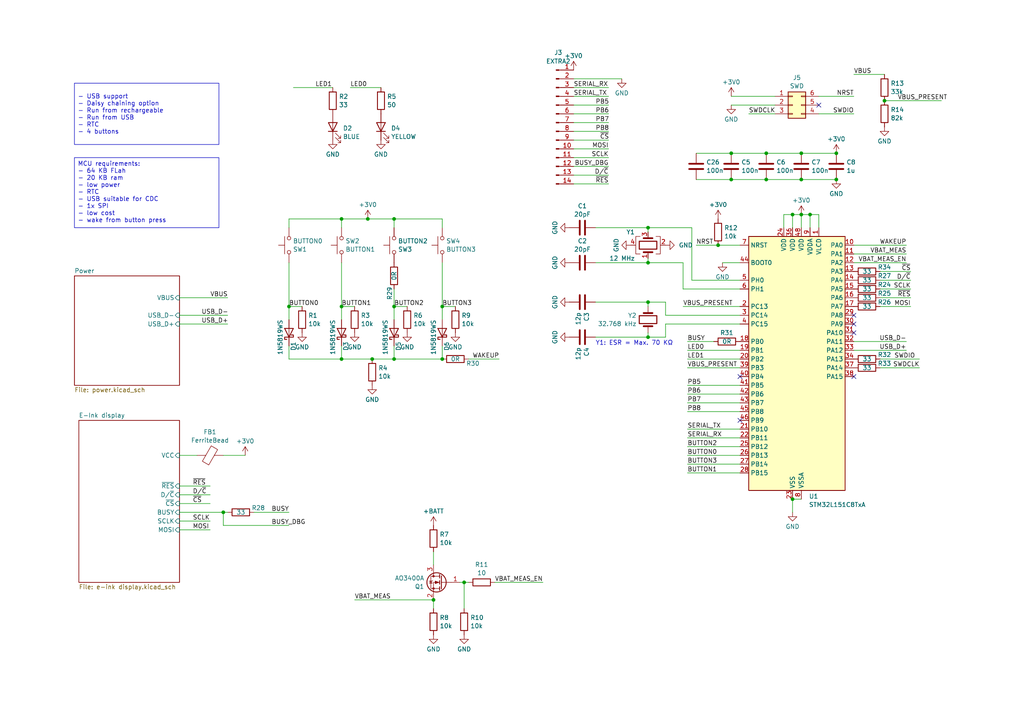
<source format=kicad_sch>
(kicad_sch (version 20230121) (generator eeschema)
  (paper "A4")
  (lib_symbols
    (symbol "Connector:Conn_01x14_Pin" (pin_names (offset 1.016) hide)
      (property "Reference" "J" (at 0 17.78 0))
      (property "Value" "Conn_01x14_Pin" (at 0 -20.32 0))
      (symbol "Conn_01x14_Pin_1_1"
        (polyline (pts (xy 1.27 -17.78) (xy 0.8636 -17.78)) (stroke (width 0.1524)))
        (polyline (pts (xy 1.27 -15.24) (xy 0.8636 -15.24)) (stroke (width 0.1524)))
        (polyline (pts (xy 1.27 -12.7) (xy 0.8636 -12.7)) (stroke (width 0.1524)))
        (polyline (pts (xy 1.27 -10.16) (xy 0.8636 -10.16)) (stroke (width 0.1524)))
        (polyline (pts (xy 1.27 -7.62) (xy 0.8636 -7.62)) (stroke (width 0.1524)))
        (polyline (pts (xy 1.27 -5.08) (xy 0.8636 -5.08)) (stroke (width 0.1524)))
        (polyline (pts (xy 1.27 -2.54) (xy 0.8636 -2.54)) (stroke (width 0.1524)))
        (polyline (pts (xy 1.27 0) (xy 0.8636 0)) (stroke (width 0.1524)))
        (polyline (pts (xy 1.27 2.54) (xy 0.8636 2.54)) (stroke (width 0.1524)))
        (polyline (pts (xy 1.27 5.08) (xy 0.8636 5.08)) (stroke (width 0.1524)))
        (polyline (pts (xy 1.27 7.62) (xy 0.8636 7.62)) (stroke (width 0.1524)))
        (polyline (pts (xy 1.27 10.16) (xy 0.8636 10.16)) (stroke (width 0.1524)))
        (polyline (pts (xy 1.27 12.7) (xy 0.8636 12.7)) (stroke (width 0.1524)))
        (polyline (pts (xy 1.27 15.24) (xy 0.8636 15.24)) (stroke (width 0.1524)))
        (rectangle (start 0.8636 -17.653) (end 0 -17.907) (stroke (width 0.1524)) (fill (type outline)))
        (rectangle (start 0.8636 -15.113) (end 0 -15.367) (stroke (width 0.1524)) (fill (type outline)))
        (rectangle (start 0.8636 -12.573) (end 0 -12.827) (stroke (width 0.1524)) (fill (type outline)))
        (rectangle (start 0.8636 -10.033) (end 0 -10.287) (stroke (width 0.1524)) (fill (type outline)))
        (rectangle (start 0.8636 -7.493) (end 0 -7.747) (stroke (width 0.1524)) (fill (type outline)))
        (rectangle (start 0.8636 -4.953) (end 0 -5.207) (stroke (width 0.1524)) (fill (type outline)))
        (rectangle (start 0.8636 -2.413) (end 0 -2.667) (stroke (width 0.1524)) (fill (type outline)))
        (rectangle (start 0.8636 0.127) (end 0 -0.127) (stroke (width 0.1524)) (fill (type outline)))
        (rectangle (start 0.8636 2.667) (end 0 2.413) (stroke (width 0.1524)) (fill (type outline)))
        (rectangle (start 0.8636 5.207) (end 0 4.953) (stroke (width 0.1524)) (fill (type outline)))
        (rectangle (start 0.8636 7.747) (end 0 7.493) (stroke (width 0.1524)) (fill (type outline)))
        (rectangle (start 0.8636 10.287) (end 0 10.033) (stroke (width 0.1524)) (fill (type outline)))
        (rectangle (start 0.8636 12.827) (end 0 12.573) (stroke (width 0.1524)) (fill (type outline)))
        (rectangle (start 0.8636 15.367) (end 0 15.113) (stroke (width 0.1524)) (fill (type outline)))
        (pin passive line (at 5.08 15.24 180) (length 3.81) (name "Pin_1") (number "1"))
        (pin passive line (at 5.08 -7.62 180) (length 3.81) (name "Pin_10") (number "10"))
        (pin passive line (at 5.08 -10.16 180) (length 3.81) (name "Pin_11") (number "11"))
        (pin passive line (at 5.08 -12.7 180) (length 3.81) (name "Pin_12") (number "12"))
        (pin passive line (at 5.08 -15.24 180) (length 3.81) (name "Pin_13") (number "13"))
        (pin passive line (at 5.08 -17.78 180) (length 3.81) (name "Pin_14") (number "14"))
        (pin passive line (at 5.08 12.7 180) (length 3.81) (name "Pin_2") (number "2"))
        (pin passive line (at 5.08 10.16 180) (length 3.81) (name "Pin_3") (number "3"))
        (pin passive line (at 5.08 7.62 180) (length 3.81) (name "Pin_4") (number "4"))
        (pin passive line (at 5.08 5.08 180) (length 3.81) (name "Pin_5") (number "5"))
        (pin passive line (at 5.08 2.54 180) (length 3.81) (name "Pin_6") (number "6"))
        (pin passive line (at 5.08 0 180) (length 3.81) (name "Pin_7") (number "7"))
        (pin passive line (at 5.08 -2.54 180) (length 3.81) (name "Pin_8") (number "8"))
        (pin passive line (at 5.08 -5.08 180) (length 3.81) (name "Pin_9") (number "9"))
      )
    )
    (symbol "Connector_Generic:Conn_02x03_Counter_Clockwise" (pin_names (offset 1.016) hide)
      (property "Reference" "J" (at 1.27 5.08 0))
      (property "Value" "Conn_02x03_Counter_Clockwise" (at 1.27 -5.08 0))
      (symbol "Conn_02x03_Counter_Clockwise_1_1"
        (rectangle (start -1.27 -2.413) (end 0 -2.667) (stroke (width 0.1524)))
        (rectangle (start -1.27 0.127) (end 0 -0.127) (stroke (width 0.1524)))
        (rectangle (start -1.27 2.667) (end 0 2.413) (stroke (width 0.1524)))
        (rectangle (start -1.27 3.81) (end 3.81 -3.81) (stroke (width 0.254)) (fill (type background)))
        (rectangle (start 3.81 -2.413) (end 2.54 -2.667) (stroke (width 0.1524)))
        (rectangle (start 3.81 0.127) (end 2.54 -0.127) (stroke (width 0.1524)))
        (rectangle (start 3.81 2.667) (end 2.54 2.413) (stroke (width 0.1524)))
        (pin passive line (at -5.08 2.54 0) (length 3.81) (name "Pin_1") (number "1"))
        (pin passive line (at -5.08 0 0) (length 3.81) (name "Pin_2") (number "2"))
        (pin passive line (at -5.08 -2.54 0) (length 3.81) (name "Pin_3") (number "3"))
        (pin passive line (at 7.62 -2.54 180) (length 3.81) (name "Pin_4") (number "4"))
        (pin passive line (at 7.62 0 180) (length 3.81) (name "Pin_5") (number "5"))
        (pin passive line (at 7.62 2.54 180) (length 3.81) (name "Pin_6") (number "6"))
      )
    )
    (symbol "Device:C" (pin_numbers hide) (pin_names (offset 0.254))
      (property "Reference" "C" (at 0.635 2.54 0))
      (property "Value" "C" (at 0.635 -2.54 0))
      (symbol "C_0_1"
        (polyline (pts (xy -2.032 -0.762) (xy 2.032 -0.762)) (stroke (width 0.508)))
        (polyline (pts (xy -2.032 0.762) (xy 2.032 0.762)) (stroke (width 0.508)))
      )
      (symbol "C_1_1"
        (pin passive line (at 0 3.81 270) (length 2.794) (name "~") (number "1"))
        (pin passive line (at 0 -3.81 90) (length 2.794) (name "~") (number "2"))
      )
    )
    (symbol "Device:Crystal" (pin_numbers hide) (pin_names (offset 1.016) hide)
      (property "Reference" "Y" (at 0 3.81 0))
      (property "Value" "Crystal" (at 0 -3.81 0))
      (symbol "Crystal_0_1"
        (rectangle (start -1.143 2.54) (end 1.143 -2.54) (stroke (width 0.3048)))
        (polyline (pts (xy -2.54 0) (xy -1.905 0)))
        (polyline (pts (xy -1.905 -1.27) (xy -1.905 1.27)) (stroke (width 0.508)))
        (polyline (pts (xy 1.905 -1.27) (xy 1.905 1.27)) (stroke (width 0.508)))
        (polyline (pts (xy 2.54 0) (xy 1.905 0)))
      )
      (symbol "Crystal_1_1"
        (pin passive line (at -3.81 0 0) (length 1.27) (name "1") (number "1"))
        (pin passive line (at 3.81 0 180) (length 1.27) (name "2") (number "2"))
      )
    )
    (symbol "Device:Crystal_GND24" (pin_names (offset 1.016) hide)
      (property "Reference" "Y" (at 3.175 5.08 0))
      (property "Value" "Crystal_GND24" (at 3.175 3.175 0))
      (symbol "Crystal_GND24_0_1"
        (rectangle (start -1.143 2.54) (end 1.143 -2.54) (stroke (width 0.3048)))
        (polyline (pts (xy -2.54 0) (xy -2.032 0)))
        (polyline (pts (xy -2.032 -1.27) (xy -2.032 1.27)) (stroke (width 0.508)))
        (polyline (pts (xy 0 -3.81) (xy 0 -3.556)))
        (polyline (pts (xy 0 3.556) (xy 0 3.81)))
        (polyline (pts (xy 2.032 -1.27) (xy 2.032 1.27)) (stroke (width 0.508)))
        (polyline (pts (xy 2.032 0) (xy 2.54 0)))
        (polyline (pts (xy -2.54 -2.286) (xy -2.54 -3.556) (xy 2.54 -3.556) (xy 2.54 -2.286)))
        (polyline (pts (xy -2.54 2.286) (xy -2.54 3.556) (xy 2.54 3.556) (xy 2.54 2.286)))
      )
      (symbol "Crystal_GND24_1_1"
        (pin passive line (at -3.81 0 0) (length 1.27) (name "1") (number "1"))
        (pin passive line (at 0 5.08 270) (length 1.27) (name "2") (number "2"))
        (pin passive line (at 3.81 0 180) (length 1.27) (name "3") (number "3"))
        (pin passive line (at 0 -5.08 90) (length 1.27) (name "4") (number "4"))
      )
    )
    (symbol "Device:FerriteBead" (pin_numbers hide) (pin_names (offset 0))
      (property "Reference" "FB" (at -3.81 0.635 90))
      (property "Value" "FerriteBead" (at 3.81 0 90))
      (symbol "FerriteBead_0_1"
        (polyline (pts (xy 0 -1.27) (xy 0 -1.2192)))
        (polyline (pts (xy 0 1.27) (xy 0 1.2954)))
        (polyline (pts (xy -2.7686 0.4064) (xy -1.7018 2.2606) (xy 2.7686 -0.3048) (xy 1.6764 -2.159) (xy -2.7686 0.4064)))
      )
      (symbol "FerriteBead_1_1"
        (pin passive line (at 0 3.81 270) (length 2.54) (name "~") (number "1"))
        (pin passive line (at 0 -3.81 90) (length 2.54) (name "~") (number "2"))
      )
    )
    (symbol "Device:LED" (pin_numbers hide) (pin_names (offset 1.016) hide)
      (property "Reference" "D" (at 0 2.54 0))
      (property "Value" "LED" (at 0 -2.54 0))
      (symbol "LED_0_1"
        (polyline (pts (xy -1.27 -1.27) (xy -1.27 1.27)) (stroke (width 0.254)))
        (polyline (pts (xy -1.27 0) (xy 1.27 0)))
        (polyline (pts (xy 1.27 -1.27) (xy 1.27 1.27) (xy -1.27 0) (xy 1.27 -1.27)) (stroke (width 0.254)))
        (polyline (pts (xy -3.048 -0.762) (xy -4.572 -2.286) (xy -3.81 -2.286) (xy -4.572 -2.286) (xy -4.572 -1.524)))
        (polyline (pts (xy -1.778 -0.762) (xy -3.302 -2.286) (xy -2.54 -2.286) (xy -3.302 -2.286) (xy -3.302 -1.524)))
      )
      (symbol "LED_1_1"
        (pin passive line (at -3.81 0 0) (length 2.54) (name "K") (number "1"))
        (pin passive line (at 3.81 0 180) (length 2.54) (name "A") (number "2"))
      )
    )
    (symbol "Device:R" (pin_numbers hide) (pin_names (offset 0))
      (property "Reference" "R" (at 2.032 0 90))
      (property "Value" "R" (at 0 0 90))
      (symbol "R_0_1"
        (rectangle (start -1.016 -2.54) (end 1.016 2.54) (stroke (width 0.254)))
      )
      (symbol "R_1_1"
        (pin passive line (at 0 3.81 270) (length 1.27) (name "~") (number "1"))
        (pin passive line (at 0 -3.81 90) (length 1.27) (name "~") (number "2"))
      )
    )
    (symbol "Diode:1N5819WS" (pin_numbers hide) (pin_names (offset 1.016) hide)
      (property "Reference" "D" (at 0 2.54 0))
      (property "Value" "1N5819WS" (at 0 -2.54 0))
      (symbol "1N5819WS_0_1"
        (polyline (pts (xy 1.27 0) (xy -1.27 0)))
        (polyline (pts (xy 1.27 1.27) (xy 1.27 -1.27) (xy -1.27 0) (xy 1.27 1.27)) (stroke (width 0.254)))
        (polyline (pts (xy -1.905 0.635) (xy -1.905 1.27) (xy -1.27 1.27) (xy -1.27 -1.27) (xy -0.635 -1.27) (xy -0.635 -0.635)) (stroke (width 0.254)))
      )
      (symbol "1N5819WS_1_1"
        (pin passive line (at -3.81 0 0) (length 2.54) (name "K") (number "1"))
        (pin passive line (at 3.81 0 180) (length 2.54) (name "A") (number "2"))
      )
    )
    (symbol "MCU_ST_STM32L1:STM32L151C8TxA"
      (property "Reference" "U" (at -12.7 39.37 0))
      (property "Value" "STM32L151C8TxA" (at 10.16 39.37 0))
      (symbol "STM32L151C8TxA_0_1"
        (rectangle (start -12.7 -35.56) (end 15.24 38.1) (stroke (width 0.254)) (fill (type background)))
      )
      (symbol "STM32L151C8TxA_1_1"
        (pin power_in line (at 7.62 40.64 270) (length 2.54) (name "VLCD") (number "1"))
        (pin bidirectional line (at 17.78 35.56 180) (length 2.54) (name "PA0") (number "10"))
        (pin bidirectional line (at 17.78 33.02 180) (length 2.54) (name "PA1") (number "11"))
        (pin bidirectional line (at 17.78 30.48 180) (length 2.54) (name "PA2") (number "12"))
        (pin bidirectional line (at 17.78 27.94 180) (length 2.54) (name "PA3") (number "13"))
        (pin bidirectional line (at 17.78 25.4 180) (length 2.54) (name "PA4") (number "14"))
        (pin bidirectional line (at 17.78 22.86 180) (length 2.54) (name "PA5") (number "15"))
        (pin bidirectional line (at 17.78 20.32 180) (length 2.54) (name "PA6") (number "16"))
        (pin bidirectional line (at 17.78 17.78 180) (length 2.54) (name "PA7") (number "17"))
        (pin bidirectional line (at -15.24 7.62 0) (length 2.54) (name "PB0") (number "18"))
        (pin bidirectional line (at -15.24 5.08 0) (length 2.54) (name "PB1") (number "19"))
        (pin bidirectional line (at -15.24 17.78 0) (length 2.54) (name "PC13") (number "2"))
        (pin bidirectional line (at -15.24 2.54 0) (length 2.54) (name "PB2") (number "20"))
        (pin bidirectional line (at -15.24 -17.78 0) (length 2.54) (name "PB10") (number "21"))
        (pin bidirectional line (at -15.24 -20.32 0) (length 2.54) (name "PB11") (number "22"))
        (pin power_in line (at 0 -38.1 90) (length 2.54) (name "VSS") (number "23"))
        (pin power_in line (at -2.54 40.64 270) (length 2.54) (name "VDD") (number "24"))
        (pin bidirectional line (at -15.24 -22.86 0) (length 2.54) (name "PB12") (number "25"))
        (pin bidirectional line (at -15.24 -25.4 0) (length 2.54) (name "PB13") (number "26"))
        (pin bidirectional line (at -15.24 -27.94 0) (length 2.54) (name "PB14") (number "27"))
        (pin bidirectional line (at -15.24 -30.48 0) (length 2.54) (name "PB15") (number "28"))
        (pin bidirectional line (at 17.78 15.24 180) (length 2.54) (name "PA8") (number "29"))
        (pin bidirectional line (at -15.24 15.24 0) (length 2.54) (name "PC14") (number "3"))
        (pin bidirectional line (at 17.78 12.7 180) (length 2.54) (name "PA9") (number "30"))
        (pin bidirectional line (at 17.78 10.16 180) (length 2.54) (name "PA10") (number "31"))
        (pin bidirectional line (at 17.78 7.62 180) (length 2.54) (name "PA11") (number "32"))
        (pin bidirectional line (at 17.78 5.08 180) (length 2.54) (name "PA12") (number "33"))
        (pin bidirectional line (at 17.78 2.54 180) (length 2.54) (name "PA13") (number "34"))
        (pin passive line (at 0 -38.1 90) (length 2.54) hide (name "VSS") (number "35"))
        (pin power_in line (at 0 40.64 270) (length 2.54) (name "VDD") (number "36"))
        (pin bidirectional line (at 17.78 0 180) (length 2.54) (name "PA14") (number "37"))
        (pin bidirectional line (at 17.78 -2.54 180) (length 2.54) (name "PA15") (number "38"))
        (pin bidirectional line (at -15.24 0 0) (length 2.54) (name "PB3") (number "39"))
        (pin bidirectional line (at -15.24 12.7 0) (length 2.54) (name "PC15") (number "4"))
        (pin bidirectional line (at -15.24 -2.54 0) (length 2.54) (name "PB4") (number "40"))
        (pin bidirectional line (at -15.24 -5.08 0) (length 2.54) (name "PB5") (number "41"))
        (pin bidirectional line (at -15.24 -7.62 0) (length 2.54) (name "PB6") (number "42"))
        (pin bidirectional line (at -15.24 -10.16 0) (length 2.54) (name "PB7") (number "43"))
        (pin input line (at -15.24 30.48 0) (length 2.54) (name "BOOT0") (number "44"))
        (pin bidirectional line (at -15.24 -12.7 0) (length 2.54) (name "PB8") (number "45"))
        (pin bidirectional line (at -15.24 -15.24 0) (length 2.54) (name "PB9") (number "46"))
        (pin passive line (at 0 -38.1 90) (length 2.54) hide (name "VSS") (number "47"))
        (pin power_in line (at 2.54 40.64 270) (length 2.54) (name "VDD") (number "48"))
        (pin bidirectional line (at -15.24 25.4 0) (length 2.54) (name "PH0") (number "5"))
        (pin bidirectional line (at -15.24 22.86 0) (length 2.54) (name "PH1") (number "6"))
        (pin input line (at -15.24 35.56 0) (length 2.54) (name "NRST") (number "7"))
        (pin power_in line (at 2.54 -38.1 90) (length 2.54) (name "VSSA") (number "8"))
        (pin power_in line (at 5.08 40.64 270) (length 2.54) (name "VDDA") (number "9"))
      )
    )
    (symbol "Switch:SW_Push" (pin_numbers hide) (pin_names (offset 1.016) hide)
      (property "Reference" "SW" (at 1.27 2.54 0))
      (property "Value" "SW_Push" (at 0 -1.524 0))
      (symbol "SW_Push_0_1"
        (circle (center -2.032 0) (radius 0.508))
        (polyline (pts (xy 0 1.27) (xy 0 3.048)))
        (polyline (pts (xy 2.54 1.27) (xy -2.54 1.27)))
        (circle (center 2.032 0) (radius 0.508))
        (pin passive line (at -5.08 0 0) (length 2.54) (name "1") (number "1"))
        (pin passive line (at 5.08 0 180) (length 2.54) (name "2") (number "2"))
      )
    )
    (symbol "Transistor_FET:AO3400A" (pin_names hide)
      (property "Reference" "Q" (at 5.08 1.905 0))
      (property "Value" "AO3400A" (at 5.08 0 0))
      (symbol "AO3400A_0_1"
        (polyline (pts (xy 0.254 0) (xy -2.54 0)))
        (polyline (pts (xy 0.254 1.905) (xy 0.254 -1.905)) (stroke (width 0.254)))
        (polyline (pts (xy 0.762 -1.27) (xy 0.762 -2.286)) (stroke (width 0.254)))
        (polyline (pts (xy 0.762 0.508) (xy 0.762 -0.508)) (stroke (width 0.254)))
        (polyline (pts (xy 0.762 2.286) (xy 0.762 1.27)) (stroke (width 0.254)))
        (polyline (pts (xy 2.54 2.54) (xy 2.54 1.778)))
        (polyline (pts (xy 2.54 -2.54) (xy 2.54 0) (xy 0.762 0)))
        (polyline (pts (xy 0.762 -1.778) (xy 3.302 -1.778) (xy 3.302 1.778) (xy 0.762 1.778)))
        (polyline (pts (xy 1.016 0) (xy 2.032 0.381) (xy 2.032 -0.381) (xy 1.016 0)) (fill (type outline)))
        (polyline (pts (xy 2.794 0.508) (xy 2.921 0.381) (xy 3.683 0.381) (xy 3.81 0.254)))
        (polyline (pts (xy 3.302 0.381) (xy 2.921 -0.254) (xy 3.683 -0.254) (xy 3.302 0.381)))
        (circle (center 1.651 0) (radius 2.794) (stroke (width 0.254)))
        (circle (center 2.54 -1.778) (radius 0.254) (fill (type outline)))
        (circle (center 2.54 1.778) (radius 0.254) (fill (type outline)))
      )
      (symbol "AO3400A_1_1"
        (pin input line (at -5.08 0 0) (length 2.54) (name "G") (number "1"))
        (pin passive line (at 2.54 -5.08 90) (length 2.54) (name "S") (number "2"))
        (pin passive line (at 2.54 5.08 270) (length 2.54) (name "D") (number "3"))
      )
    )
    (symbol "power:+3V0" (power) (pin_names (offset 0))
      (property "Value" "+3V0" (at 0 3.556 0))
      (symbol "+3V0_0_1"
        (polyline (pts (xy -0.762 1.27) (xy 0 2.54)))
        (polyline (pts (xy 0 0) (xy 0 2.54)))
        (polyline (pts (xy 0 2.54) (xy 0.762 1.27)))
      )
      (symbol "+3V0_1_1"
        (pin power_in line (at 0 0 90) (length 0) hide (name "+3V0") (number "1"))
      )
    )
    (symbol "power:+BATT" (power) (pin_names (offset 0))
      (property "Value" "+BATT" (at 0 3.556 0))
      (symbol "+BATT_0_1"
        (polyline (pts (xy -0.762 1.27) (xy 0 2.54)))
        (polyline (pts (xy 0 0) (xy 0 2.54)))
        (polyline (pts (xy 0 2.54) (xy 0.762 1.27)))
      )
      (symbol "+BATT_1_1"
        (pin power_in line (at 0 0 90) (length 0) hide (name "+BATT") (number "1"))
      )
    )
    (symbol "power:GND" (power) (pin_names (offset 0))
      (property "Value" "GND" (at 0 -3.81 0))
      (symbol "GND_0_1"
        (polyline (pts (xy 0 0) (xy 0 -1.27) (xy 1.27 -1.27) (xy 0 -2.54) (xy -1.27 -1.27) (xy 0 -1.27)))
      )
      (symbol "GND_1_1"
        (pin power_in line (at 0 0 270) (length 0) hide (name "GND") (number "1"))
      )
    )
  )
  (junction (at 114.3 88.9))
  (junction (at 83.82 88.9))
  (junction (at 99.06 63.5))
  (junction (at 232.41 52.07))
  (junction (at 106.68 63.5))
  (junction (at 212.09 52.07))
  (junction (at 242.57 52.07))
  (junction (at 229.87 62.23))
  (junction (at 234.95 62.23))
  (junction (at 222.25 52.07))
  (junction (at 125.73 173.99))
  (junction (at 114.3 63.5))
  (junction (at 187.96 66.04))
  (junction (at 208.28 71.12))
  (junction (at 256.54 29.21))
  (junction (at 229.87 144.78))
  (junction (at 128.27 104.14))
  (junction (at 128.27 88.9))
  (junction (at 99.06 88.9))
  (junction (at 187.96 87.63))
  (junction (at 187.96 97.79))
  (junction (at 134.62 168.91))
  (junction (at 232.41 44.45))
  (junction (at 114.3 104.14))
  (junction (at 187.96 76.2))
  (junction (at 99.06 104.14))
  (junction (at 232.41 62.23))
  (junction (at 64.77 148.59))
  (junction (at 212.09 44.45))
  (junction (at 107.95 104.14))
  (junction (at 222.25 44.45))
  (junction (at 242.57 44.45))
  (no_connect (at 247.65 93.98))
  (no_connect (at 214.63 109.22))
  (no_connect (at 247.65 91.44))
  (no_connect (at 214.63 121.92))
  (no_connect (at 237.49 30.48))
  (no_connect (at 247.65 109.22))
  (no_connect (at 247.65 96.52))
  (wire (pts (xy 256.54 29.21) (xy 273.05 29.21)))
  (wire (pts (xy 247.65 101.6) (xy 262.89 101.6)))
  (wire (pts (xy 125.73 160.02) (xy 125.73 163.83)))
  (wire (pts (xy 166.37 53.34) (xy 176.53 53.34)))
  (wire (pts (xy 212.09 44.45) (xy 222.25 44.45)))
  (wire (pts (xy 64.77 152.4) (xy 83.82 152.4)))
  (wire (pts (xy 199.39 111.76) (xy 214.63 111.76)))
  (wire (pts (xy 114.3 63.5) (xy 128.27 63.5)))
  (wire (pts (xy 227.33 62.23) (xy 229.87 62.23)))
  (wire (pts (xy 198.12 76.2) (xy 198.12 83.82)))
  (wire (pts (xy 107.95 104.14) (xy 114.3 104.14)))
  (wire (pts (xy 187.96 87.63) (xy 187.96 88.9)))
  (wire (pts (xy 199.39 101.6) (xy 214.63 101.6)))
  (wire (pts (xy 247.65 21.59) (xy 256.54 21.59)))
  (wire (pts (xy 166.37 50.8) (xy 176.53 50.8)))
  (wire (pts (xy 255.27 78.74) (xy 264.16 78.74)))
  (wire (pts (xy 237.49 66.04) (xy 237.49 62.23)))
  (wire (pts (xy 166.37 33.02) (xy 176.53 33.02)))
  (wire (pts (xy 172.72 76.2) (xy 187.96 76.2)))
  (wire (pts (xy 83.82 63.5) (xy 99.06 63.5)))
  (wire (pts (xy 64.77 132.08) (xy 71.12 132.08)))
  (wire (pts (xy 229.87 62.23) (xy 229.87 66.04)))
  (wire (pts (xy 214.63 91.44) (xy 193.04 91.44)))
  (wire (pts (xy 83.82 100.33) (xy 83.82 104.14)))
  (wire (pts (xy 247.65 27.94) (xy 237.49 27.94)))
  (wire (pts (xy 52.07 132.08) (xy 57.15 132.08)))
  (wire (pts (xy 217.17 33.02) (xy 224.79 33.02)))
  (wire (pts (xy 199.39 137.16) (xy 214.63 137.16)))
  (wire (pts (xy 212.09 27.94) (xy 224.79 27.94)))
  (wire (pts (xy 234.95 62.23) (xy 232.41 62.23)))
  (wire (pts (xy 207.01 99.06) (xy 199.39 99.06)))
  (wire (pts (xy 83.82 104.14) (xy 99.06 104.14)))
  (wire (pts (xy 52.07 143.51) (xy 60.96 143.51)))
  (wire (pts (xy 199.39 134.62) (xy 214.63 134.62)))
  (wire (pts (xy 99.06 104.14) (xy 107.95 104.14)))
  (wire (pts (xy 83.82 66.04) (xy 83.82 63.5)))
  (wire (pts (xy 128.27 76.2) (xy 128.27 88.9)))
  (wire (pts (xy 166.37 45.72) (xy 176.53 45.72)))
  (wire (pts (xy 200.66 66.04) (xy 200.66 81.28)))
  (wire (pts (xy 247.65 73.66) (xy 262.89 73.66)))
  (wire (pts (xy 64.77 148.59) (xy 66.04 148.59)))
  (wire (pts (xy 193.04 91.44) (xy 193.04 87.63)))
  (wire (pts (xy 199.39 127) (xy 214.63 127)))
  (wire (pts (xy 166.37 25.4) (xy 176.53 25.4)))
  (wire (pts (xy 199.39 116.84) (xy 214.63 116.84)))
  (wire (pts (xy 166.37 22.86) (xy 180.34 22.86)))
  (wire (pts (xy 128.27 66.04) (xy 128.27 63.5)))
  (wire (pts (xy 83.82 88.9) (xy 87.63 88.9)))
  (wire (pts (xy 247.65 76.2) (xy 262.89 76.2)))
  (wire (pts (xy 172.72 87.63) (xy 187.96 87.63)))
  (wire (pts (xy 99.06 88.9) (xy 102.87 88.9)))
  (wire (pts (xy 187.96 66.04) (xy 200.66 66.04)))
  (wire (pts (xy 114.3 83.82) (xy 114.3 88.9)))
  (wire (pts (xy 212.09 52.07) (xy 222.25 52.07)))
  (wire (pts (xy 114.3 88.9) (xy 114.3 92.71)))
  (wire (pts (xy 193.04 87.63) (xy 187.96 87.63)))
  (wire (pts (xy 52.07 148.59) (xy 64.77 148.59)))
  (wire (pts (xy 166.37 48.26) (xy 176.53 48.26)))
  (wire (pts (xy 229.87 144.78) (xy 229.87 148.59)))
  (wire (pts (xy 237.49 62.23) (xy 234.95 62.23)))
  (wire (pts (xy 83.82 88.9) (xy 83.82 92.71)))
  (wire (pts (xy 99.06 100.33) (xy 99.06 104.14)))
  (wire (pts (xy 193.04 97.79) (xy 187.96 97.79)))
  (wire (pts (xy 187.96 76.2) (xy 198.12 76.2)))
  (wire (pts (xy 222.25 44.45) (xy 232.41 44.45)))
  (wire (pts (xy 255.27 86.36) (xy 264.16 86.36)))
  (wire (pts (xy 52.07 140.97) (xy 60.96 140.97)))
  (wire (pts (xy 199.39 132.08) (xy 214.63 132.08)))
  (wire (pts (xy 229.87 144.78) (xy 232.41 144.78)))
  (wire (pts (xy 52.07 91.44) (xy 66.04 91.44)))
  (wire (pts (xy 52.07 93.98) (xy 66.04 93.98)))
  (wire (pts (xy 229.87 62.23) (xy 232.41 62.23)))
  (wire (pts (xy 255.27 104.14) (xy 266.7 104.14)))
  (wire (pts (xy 212.09 30.48) (xy 224.79 30.48)))
  (wire (pts (xy 99.06 66.04) (xy 99.06 63.5)))
  (wire (pts (xy 166.37 27.94) (xy 176.53 27.94)))
  (wire (pts (xy 128.27 88.9) (xy 132.08 88.9)))
  (wire (pts (xy 247.65 33.02) (xy 237.49 33.02)))
  (wire (pts (xy 52.07 153.67) (xy 60.96 153.67)))
  (wire (pts (xy 102.87 173.99) (xy 125.73 173.99)))
  (wire (pts (xy 85.09 25.4) (xy 96.52 25.4)))
  (wire (pts (xy 172.72 66.04) (xy 187.96 66.04)))
  (wire (pts (xy 187.96 97.79) (xy 187.96 96.52)))
  (wire (pts (xy 128.27 100.33) (xy 128.27 104.14)))
  (wire (pts (xy 99.06 63.5) (xy 106.68 63.5)))
  (wire (pts (xy 247.65 99.06) (xy 262.89 99.06)))
  (wire (pts (xy 101.6 25.4) (xy 110.49 25.4)))
  (wire (pts (xy 255.27 106.68) (xy 266.7 106.68)))
  (wire (pts (xy 222.25 52.07) (xy 232.41 52.07)))
  (wire (pts (xy 227.33 66.04) (xy 227.33 62.23)))
  (wire (pts (xy 199.39 114.3) (xy 214.63 114.3)))
  (wire (pts (xy 134.62 168.91) (xy 133.35 168.91)))
  (wire (pts (xy 128.27 88.9) (xy 128.27 92.71)))
  (wire (pts (xy 255.27 88.9) (xy 264.16 88.9)))
  (wire (pts (xy 187.96 74.93) (xy 187.96 76.2)))
  (wire (pts (xy 135.89 168.91) (xy 134.62 168.91)))
  (wire (pts (xy 232.41 52.07) (xy 242.57 52.07)))
  (wire (pts (xy 135.89 104.14) (xy 144.78 104.14)))
  (wire (pts (xy 201.93 52.07) (xy 212.09 52.07)))
  (wire (pts (xy 247.65 71.12) (xy 262.89 71.12)))
  (wire (pts (xy 255.27 83.82) (xy 264.16 83.82)))
  (wire (pts (xy 198.12 88.9) (xy 214.63 88.9)))
  (wire (pts (xy 166.37 35.56) (xy 176.53 35.56)))
  (wire (pts (xy 114.3 100.33) (xy 114.3 104.14)))
  (wire (pts (xy 198.12 83.82) (xy 214.63 83.82)))
  (wire (pts (xy 106.68 63.5) (xy 114.3 63.5)))
  (wire (pts (xy 200.66 81.28) (xy 214.63 81.28)))
  (wire (pts (xy 208.28 71.12) (xy 214.63 71.12)))
  (wire (pts (xy 166.37 30.48) (xy 176.53 30.48)))
  (wire (pts (xy 52.07 86.36) (xy 66.04 86.36)))
  (wire (pts (xy 64.77 152.4) (xy 64.77 148.59)))
  (wire (pts (xy 73.66 148.59) (xy 83.82 148.59)))
  (wire (pts (xy 199.39 124.46) (xy 214.63 124.46)))
  (wire (pts (xy 99.06 76.2) (xy 99.06 88.9)))
  (wire (pts (xy 214.63 93.98) (xy 193.04 93.98)))
  (wire (pts (xy 199.39 106.68) (xy 214.63 106.68)))
  (wire (pts (xy 201.93 44.45) (xy 212.09 44.45)))
  (wire (pts (xy 172.72 97.79) (xy 187.96 97.79)))
  (wire (pts (xy 52.07 151.13) (xy 60.96 151.13)))
  (wire (pts (xy 166.37 43.18) (xy 176.53 43.18)))
  (wire (pts (xy 234.95 66.04) (xy 234.95 62.23)))
  (wire (pts (xy 143.51 168.91) (xy 157.48 168.91)))
  (wire (pts (xy 199.39 104.14) (xy 214.63 104.14)))
  (wire (pts (xy 114.3 104.14) (xy 128.27 104.14)))
  (wire (pts (xy 125.73 173.99) (xy 125.73 176.53)))
  (wire (pts (xy 52.07 146.05) (xy 60.96 146.05)))
  (wire (pts (xy 201.93 71.12) (xy 208.28 71.12)))
  (wire (pts (xy 232.41 44.45) (xy 242.57 44.45)))
  (wire (pts (xy 166.37 40.64) (xy 176.53 40.64)))
  (wire (pts (xy 166.37 38.1) (xy 176.53 38.1)))
  (wire (pts (xy 134.62 168.91) (xy 134.62 176.53)))
  (wire (pts (xy 232.41 66.04) (xy 232.41 62.23)))
  (wire (pts (xy 199.39 119.38) (xy 214.63 119.38)))
  (wire (pts (xy 209.55 76.2) (xy 214.63 76.2)))
  (wire (pts (xy 99.06 88.9) (xy 99.06 92.71)))
  (wire (pts (xy 199.39 129.54) (xy 214.63 129.54)))
  (wire (pts (xy 193.04 93.98) (xy 193.04 97.79)))
  (wire (pts (xy 114.3 66.04) (xy 114.3 63.5)))
  (wire (pts (xy 187.96 66.04) (xy 187.96 67.31)))
  (wire (pts (xy 83.82 76.2) (xy 83.82 88.9)))
  (wire (pts (xy 255.27 81.28) (xy 264.16 81.28)))
  (wire (pts (xy 114.3 88.9) (xy 118.11 88.9)))
  (text_box "MCU requirements:\n- 64 KB FLah\n- 20 KB ram\n- low power\n- RTC\n- USB suitable for CDC\n- 1x SPI\n- low cost\n- wake from button press" (at 21.59 45.72 0) (size 41.91 20.32) (effects (font (size 1.27 1.27)) (justify left top)))
  (text_box "\n- USB support\n- Daisy chaining option\n- Run from rechargeable\n- Run from USB\n- RTC\n- 4 buttons" (at 21.59 24.13 0) (size 41.91 17.78) (effects (font (size 1.27 1.27)) (justify left top)))
  (text "Y1: ESR = Max. 70 KΩ" (at 172.72 100.33 0) (effects (font (size 1.27 1.27)) (justify left bottom)))
  (label "VBAT_MEAS_EN" (at 143.51 168.91 0))
  (label "BUTTON3" (at 199.39 134.62 0))
  (label "SERIAL_RX" (at 199.39 127 0))
  (label "VBAT_MEAS" (at 102.87 173.99 0))
  (label "SCLK" (at 55.88 151.13 0))
  (label "LED0" (at 199.39 101.6 0))
  (label "LED0" (at 101.6 25.4 0))
  (label "D{slash}~{C}" (at 264.16 81.28 180))
  (label "BUSY_DBG" (at 176.53 48.26 180))
  (label "MOSI" (at 176.53 43.18 180))
  (label "MOSI" (at 264.16 88.9 180))
  (label "USB_D-" (at 262.89 99.06 180))
  (label "SCLK" (at 264.16 83.82 180))
  (label "~{CS}" (at 173.99 40.64 0))
  (label "BUTTON1" (at 99.06 88.9 0))
  (label "VBUS_PRESENT" (at 260.35 29.21 0))
  (label "VBUS" (at 247.65 21.59 0))
  (label "PB5" (at 172.72 30.48 0))
  (label "PB7" (at 172.72 35.56 0))
  (label "VBAT_MEAS_EN" (at 262.89 76.2 180))
  (label "VBUS" (at 60.96 86.36 0))
  (label "~{CS}" (at 55.88 146.05 0))
  (label "PB7" (at 199.39 116.84 0))
  (label "VBUS_PRESENT" (at 198.12 88.9 0))
  (label "SERIAL_TX" (at 199.39 124.46 0))
  (label "LED1" (at 199.39 104.14 0))
  (label "BUTTON0" (at 83.82 88.9 0))
  (label "USB_D+" (at 262.89 101.6 180))
  (label "BUTTON2" (at 199.39 129.54 0))
  (label "~{RES}" (at 176.53 53.34 180))
  (label "PB6" (at 172.72 33.02 0))
  (label "NRST" (at 201.93 71.12 0))
  (label "LED1" (at 91.44 25.4 0))
  (label "SWDIO" (at 265.43 104.14 180))
  (label "BUTTON2" (at 114.3 88.9 0))
  (label "SWDCLK" (at 217.17 33.02 0))
  (label "D{slash}~{C}" (at 176.53 50.8 180))
  (label "NRST" (at 247.65 27.94 180))
  (label "SERIAL_TX" (at 166.37 27.94 0))
  (label "BUSY" (at 78.74 148.59 0))
  (label "PB8" (at 172.72 38.1 0))
  (label "SCLK" (at 176.53 45.72 180))
  (label "USB_D-" (at 58.42 91.44 0))
  (label "~{RES}" (at 264.16 86.36 180))
  (label "~{RES}" (at 55.88 140.97 0))
  (label "BUTTON3" (at 128.27 88.9 0))
  (label "USB_D+" (at 58.42 93.98 0))
  (label "SWDIO" (at 247.65 33.02 180))
  (label "VBUS_PRESENT" (at 199.39 106.68 0))
  (label "MOSI" (at 55.88 153.67 0))
  (label "PB5" (at 199.39 111.76 0))
  (label "SWDCLK" (at 266.7 106.68 180))
  (label "SERIAL_RX" (at 166.37 25.4 0))
  (label "D{slash}~{C}" (at 55.88 143.51 0))
  (label "BUTTON1" (at 199.39 137.16 0))
  (label "BUSY_DBG" (at 78.74 152.4 0))
  (label "BUTTON0" (at 199.39 132.08 0))
  (label "BUSY" (at 199.39 99.06 0))
  (label "PB6" (at 199.39 114.3 0))
  (label "PB8" (at 199.39 119.38 0))
  (label "WAKEUP" (at 144.78 104.14 180))
  (label "WAKEUP" (at 262.89 71.12 180))
  (label "~{CS}" (at 264.16 78.74 180))
  (label "VBAT_MEAS" (at 262.89 73.66 180))
  (symbol (lib_id "Device:R") (at 102.87 92.71 0) (unit 1)
    (property "Reference" "R3" (at 104.648 91.4979 0) (effects (justify left)))
    (property "Value" "10k" (at 104.648 93.9221 0) (effects (justify left)))
    (property "Footprint" "Resistor_SMD:R_0402_1005Metric" (effects hide))
    (property "LCSC" "C25744" (effects hide))
  )
  (symbol (lib_id "power:+3V0") (at 166.37 20.32 0) (unit 1)
    (property "Reference" "#PWR021" (effects hide))
    (property "Value" "+3V0" (at 166.37 16.1869 0))
  )
  (symbol (lib_id "Device:R") (at 251.46 81.28 90) (unit 1)
    (property "Reference" "R27" (at 256.54 80.01 90))
    (property "Value" "33" (at 251.46 81.28 90))
    (property "Footprint" "Resistor_SMD:R_0402_1005Metric" (effects hide))
    (property "LCSC" "C25105" (effects hide))
  )
  (symbol (lib_id "Device:R") (at 134.62 180.34 180) (unit 1)
    (property "Reference" "R10" (at 136.398 179.1279 0) (effects (justify right)))
    (property "Value" "10k" (at 136.398 181.5521 0) (effects (justify right)))
    (property "Footprint" "Resistor_SMD:R_0402_1005Metric" (effects hide))
    (property "LCSC" "C25744" (effects hide))
  )
  (symbol (lib_id "Device:R") (at 251.46 83.82 90) (unit 1)
    (property "Reference" "R24" (at 256.54 82.55 90))
    (property "Value" "33" (at 251.46 83.82 90))
    (property "Footprint" "Resistor_SMD:R_0402_1005Metric" (effects hide))
    (property "LCSC" "C25105" (effects hide))
  )
  (symbol (lib_id "power:+BATT") (at 125.73 152.4 0) (unit 1)
    (property "Reference" "#PWR011" (effects hide))
    (property "Value" "+BATT" (at 125.73 148.2669 0))
  )
  (symbol (lib_id "Device:C") (at 201.93 48.26 0) (unit 1)
    (property "Reference" "C26" (at 204.851 47.0479 0) (effects (justify left)))
    (property "Value" "100n" (at 204.851 49.4721 0) (effects (justify left)))
    (property "Footprint" "Capacitor_SMD:C_0402_1005Metric" (effects hide))
    (property "LCSC" "C1525" (effects hide))
  )
  (symbol (lib_id "Device:R") (at 132.08 104.14 270) (unit 1)
    (property "Reference" "R30" (at 137.16 105.41 90))
    (property "Value" "0R" (at 132.08 104.14 90))
    (property "Footprint" "Resistor_SMD:R_0805_2012Metric" (effects hide))
    (property "LCSC" "C17477" (effects hide))
  )
  (symbol (lib_id "Switch:SW_Push") (at 83.82 71.12 90) (mirror x) (unit 1)
    (property "Reference" "SW1" (at 84.963 72.3321 90) (effects (justify right)))
    (property "Value" "BUTTON0" (at 84.963 69.9079 90) (effects (justify right)))
    (property "Footprint" "local:KEY-TH_K2-1112SW-AXXW-XX" (effects hide))
    (property "LCSC" "C223811" (effects hide))
  )
  (symbol (lib_id "Device:R") (at 256.54 33.02 0) (unit 1)
    (property "Reference" "R14" (at 258.318 31.8079 0) (effects (justify left)))
    (property "Value" "82k" (at 258.318 34.2321 0) (effects (justify left)))
    (property "Footprint" "Resistor_SMD:R_0603_1608Metric" (effects hide))
  )
  (symbol (lib_id "power:+3V0") (at 208.28 63.5 0) (unit 1)
    (property "Reference" "#PWR025" (effects hide))
    (property "Value" "+3V0" (at 208.28 59.3669 0))
  )
  (symbol (lib_id "power:GND") (at 87.63 96.52 0) (unit 1)
    (property "Reference" "#PWR04" (effects hide))
    (property "Value" "GND" (at 87.63 100.6531 0))
  )
  (symbol (lib_id "Device:C") (at 212.09 48.26 0) (unit 1)
    (property "Reference" "C5" (at 215.011 47.0479 0) (effects (justify left)))
    (property "Value" "100n" (at 215.011 49.4721 0) (effects (justify left)))
    (property "Footprint" "Capacitor_SMD:C_0402_1005Metric" (effects hide))
    (property "LCSC" "C1525" (effects hide))
  )
  (symbol (lib_id "power:+3V0") (at 106.68 63.5 0) (unit 1)
    (property "Reference" "#PWR07" (effects hide))
    (property "Value" "+3V0" (at 106.68 59.3669 0))
  )
  (symbol (lib_id "Device:R") (at 118.11 92.71 0) (unit 1)
    (property "Reference" "R6" (at 119.888 91.4979 0) (effects (justify left)))
    (property "Value" "10k" (at 119.888 93.9221 0) (effects (justify left)))
    (property "Footprint" "Resistor_SMD:R_0402_1005Metric" (effects hide))
    (property "LCSC" "C25744" (effects hide))
  )
  (symbol (lib_id "Device:C") (at 222.25 48.26 0) (unit 1)
    (property "Reference" "C6" (at 225.171 47.0479 0) (effects (justify left)))
    (property "Value" "100n" (at 225.171 49.4721 0) (effects (justify left)))
    (property "Footprint" "Capacitor_SMD:C_0402_1005Metric" (effects hide))
    (property "LCSC" "C1525" (effects hide))
  )
  (symbol (lib_id "Device:C") (at 168.91 76.2 270) (unit 1)
    (property "Reference" "C2" (at 168.91 69.8967 90))
    (property "Value" "20pF" (at 168.91 72.3209 90))
    (property "Footprint" "Capacitor_SMD:C_0402_1005Metric" (effects hide))
    (property "LCSC" "C1554" (effects hide))
  )
  (symbol (lib_id "power:GND") (at 102.87 96.52 0) (unit 1)
    (property "Reference" "#PWR06" (effects hide))
    (property "Value" "GND" (at 102.87 100.6531 0))
  )
  (symbol (lib_id "Device:R") (at 251.46 86.36 90) (unit 1)
    (property "Reference" "R25" (at 256.54 85.09 90))
    (property "Value" "33" (at 251.46 86.36 90))
    (property "Footprint" "Resistor_SMD:R_0402_1005Metric" (effects hide))
    (property "LCSC" "C25105" (effects hide))
  )
  (symbol (lib_id "Device:C") (at 168.91 97.79 270) (unit 1)
    (property "Reference" "C4" (at 170.1221 100.711 0) (effects (justify left)))
    (property "Value" "12p" (at 167.6979 100.711 0) (effects (justify left)))
    (property "Footprint" "Capacitor_SMD:C_0402_1005Metric" (effects hide))
    (property "LCSC" "C1547" (effects hide))
  )
  (symbol (lib_id "Device:R") (at 110.49 29.21 0) (unit 1)
    (property "Reference" "R5" (at 112.268 27.9979 0) (effects (justify left)))
    (property "Value" "50" (at 112.268 30.4221 0) (effects (justify left)))
    (property "Footprint" "Resistor_SMD:R_0402_1005Metric" (effects hide))
  )
  (symbol (lib_id "Device:LED") (at 110.49 36.83 90) (unit 1)
    (property "Reference" "D4" (at 113.411 37.2054 90) (effects (justify right)))
    (property "Value" "YELLOW" (at 113.411 39.6296 90) (effects (justify right)))
    (property "Footprint" "LED_SMD:LED_0603_1608Metric" (effects hide))
    (property "LCSC" "C72038" (effects hide))
  )
  (symbol (lib_id "power:GND") (at 165.1 97.79 270) (unit 1)
    (property "Reference" "#PWR020" (effects hide))
    (property "Value" "GND" (at 160.9669 97.79 0))
  )
  (symbol (lib_id "Device:Crystal_GND24") (at 187.96 71.12 270) (mirror x) (unit 1)
    (property "Reference" "Y1" (at 184.15 67.31 90) (effects (justify right)))
    (property "Value" "12 MHz" (at 184.15 74.93 90) (effects (justify right)))
    (property "Footprint" "Crystal:Crystal_SMD_3225-4Pin_3.2x2.5mm" (effects hide))
    (property "LCSC" "C9002" (effects hide))
  )
  (symbol (lib_id "Device:R") (at 251.46 88.9 90) (unit 1)
    (property "Reference" "R26" (at 256.54 87.63 90))
    (property "Value" "33" (at 251.46 88.9 90))
    (property "Footprint" "Resistor_SMD:R_0402_1005Metric" (effects hide))
    (property "LCSC" "C25105" (effects hide))
  )
  (symbol (lib_id "power:GND") (at 125.73 184.15 0) (unit 1)
    (property "Reference" "#PWR012" (effects hide))
    (property "Value" "GND" (at 125.73 188.2831 0))
  )
  (symbol (lib_id "power:GND") (at 118.11 96.52 0) (unit 1)
    (property "Reference" "#PWR010" (effects hide))
    (property "Value" "GND" (at 118.11 100.6531 0))
  )
  (symbol (lib_id "Device:R") (at 107.95 107.95 0) (unit 1)
    (property "Reference" "R4" (at 109.728 106.7379 0) (effects (justify left)))
    (property "Value" "10k" (at 109.728 109.1621 0) (effects (justify left)))
    (property "Footprint" "Resistor_SMD:R_0402_1005Metric" (effects hide))
    (property "LCSC" "C25744" (effects hide))
  )
  (symbol (lib_id "power:GND") (at 256.54 36.83 0) (unit 1)
    (property "Reference" "#PWR031" (effects hide))
    (property "Value" "GND" (at 256.54 40.9631 0))
  )
  (symbol (lib_id "power:GND") (at 134.62 184.15 0) (unit 1)
    (property "Reference" "#PWR014" (effects hide))
    (property "Value" "GND" (at 134.62 188.2831 0))
  )
  (symbol (lib_id "power:GND") (at 212.09 30.48 0) (unit 1)
    (property "Reference" "#PWR028" (effects hide))
    (property "Value" "GND" (at 212.09 34.6131 0))
  )
  (symbol (lib_id "Device:C") (at 168.91 66.04 270) (unit 1)
    (property "Reference" "C1" (at 168.91 59.7367 90))
    (property "Value" "20pF" (at 168.91 62.1609 90))
    (property "Footprint" "Capacitor_SMD:C_0402_1005Metric" (effects hide))
    (property "LCSC" "C1554" (effects hide))
  )
  (symbol (lib_id "Device:LED") (at 96.52 36.83 90) (unit 1)
    (property "Reference" "D2" (at 99.441 37.2054 90) (effects (justify right)))
    (property "Value" "BLUE" (at 99.441 39.6296 90) (effects (justify right)))
    (property "Footprint" "LED_SMD:LED_0603_1608Metric" (effects hide))
    (property "LCSC" "C72041" (effects hide))
  )
  (symbol (lib_id "power:GND") (at 165.1 87.63 270) (unit 1)
    (property "Reference" "#PWR019" (effects hide))
    (property "Value" "GND" (at 160.9669 87.63 0))
  )
  (symbol (lib_id "Connector_Generic:Conn_02x03_Counter_Clockwise") (at 229.87 30.48 0) (unit 1) (in_bom no)
    (property "Reference" "J5" (at 231.14 22.5257 0))
    (property "Value" "SWD" (at 231.14 24.9499 0))
    (property "Footprint" "local:Spring_loaded_connector_land_pattern_02x03" (effects hide))
  )
  (symbol (lib_id "power:GND") (at 180.34 22.86 0) (unit 1)
    (property "Reference" "#PWR022" (effects hide))
    (property "Value" "GND" (at 180.34 26.9931 0))
  )
  (symbol (lib_id "MCU_ST_STM32L1:STM32L151C8TxA") (at 229.87 106.68 0) (unit 1)
    (property "Reference" "U1" (at 234.6041 143.9601 0) (effects (justify left)))
    (property "Value" "STM32L151C8TxA" (at 234.6041 146.3843 0) (effects (justify left)))
    (property "Footprint" "Package_QFP:LQFP-48_7x7mm_P0.5mm" (effects hide))
    (property "Datasheet" "https://www.st.com/resource/en/datasheet/stm32l151c8-a.pdf" (effects hide))
    (property "LCSC" "C95578" (effects hide))
  )
  (symbol (lib_id "Device:R") (at 125.73 156.21 0) (unit 1)
    (property "Reference" "R7" (at 127.508 154.9979 0) (effects (justify left)))
    (property "Value" "10k" (at 127.508 157.4221 0) (effects (justify left)))
    (property "Footprint" "Resistor_SMD:R_0402_1005Metric" (effects hide))
    (property "LCSC" "C25744" (effects hide))
  )
  (symbol (lib_id "Device:FerriteBead") (at 60.96 132.08 90) (unit 1)
    (property "Reference" "FB1" (at 60.9092 125.2941 90))
    (property "Value" "FerriteBead" (at 60.9092 127.7183 90))
    (property "Footprint" "Inductor_SMD:L_0805_2012Metric" (effects hide))
    (property "LCSC" "C1017" (effects hide))
  )
  (symbol (lib_id "Diode:1N5819WS") (at 128.27 96.52 90) (unit 1)
    (property "Reference" "D6" (at 129.54 99.06 0) (effects (justify right)))
    (property "Value" "1N5819WS" (at 125.73 92.71 0) (effects (justify right)))
    (property "Footprint" "Diode_SMD:D_SOD-323" (effects hide))
    (property "Datasheet" "https://datasheet.lcsc.com/lcsc/2204281430_Guangdong-Hottech-1N5819WS_C191023.pdf" (effects hide))
    (property "LCSC" "C191023" (effects hide))
  )
  (symbol (lib_id "power:GND") (at 229.87 148.59 0) (unit 1)
    (property "Reference" "#PWR029" (effects hide))
    (property "Value" "GND" (at 229.87 152.7231 0))
  )
  (symbol (lib_id "power:+3V0") (at 232.41 62.23 0) (unit 1)
    (property "Reference" "#PWR030" (effects hide))
    (property "Value" "+3V0" (at 232.41 58.0969 0))
  )
  (symbol (lib_id "power:GND") (at 96.52 40.64 0) (unit 1)
    (property "Reference" "#PWR05" (effects hide))
    (property "Value" "GND" (at 96.52 44.7731 0))
  )
  (symbol (lib_id "Device:Crystal") (at 187.96 92.71 270) (mirror x) (unit 1)
    (property "Reference" "Y2" (at 184.6326 91.4979 90) (effects (justify right)))
    (property "Value" "32.768 kHz" (at 184.6326 93.9221 90) (effects (justify right)))
    (property "Footprint" "Crystal:Crystal_SMD_3215-2Pin_3.2x1.5mm" (effects hide))
    (property "LCSC" "C5830645" (effects hide))
  )
  (symbol (lib_id "power:GND") (at 107.95 111.76 0) (unit 1)
    (property "Reference" "#PWR08" (effects hide))
    (property "Value" "GND" (at 107.95 115.8931 0))
  )
  (symbol (lib_id "power:GND") (at 193.04 71.12 90) (unit 1)
    (property "Reference" "#PWR03" (effects hide))
    (property "Value" "GND" (at 196.85 71.12 90) (effects (justify right)))
  )
  (symbol (lib_id "Switch:SW_Push") (at 114.3 71.12 90) (mirror x) (unit 1)
    (property "Reference" "SW3" (at 115.443 72.3321 90) (effects (justify right)))
    (property "Value" "BUTTON2" (at 115.443 69.9079 90) (effects (justify right)))
    (property "Footprint" "local:KEY-TH_K2-1112SW-AXXW-XX" (effects hide))
    (property "LCSC" "C223811" (effects hide))
  )
  (symbol (lib_id "Device:R") (at 114.3 80.01 180) (unit 1)
    (property "Reference" "R29" (at 113.03 85.09 90))
    (property "Value" "0R" (at 114.3 80.01 90))
    (property "Footprint" "Resistor_SMD:R_0402_1005Metric" (effects hide))
    (property "LCSC" "C17168" (effects hide))
  )
  (symbol (lib_id "Device:R") (at 251.46 78.74 90) (unit 1)
    (property "Reference" "R34" (at 256.54 77.47 90))
    (property "Value" "33" (at 251.46 78.74 90))
    (property "Footprint" "Resistor_SMD:R_0402_1005Metric" (effects hide))
    (property "LCSC" "C25105" (effects hide))
  )
  (symbol (lib_id "Device:R") (at 96.52 29.21 0) (unit 1)
    (property "Reference" "R2" (at 98.298 27.9979 0) (effects (justify left)))
    (property "Value" "33" (at 98.298 30.4221 0) (effects (justify left)))
    (property "Footprint" "Resistor_SMD:R_0402_1005Metric" (effects hide))
  )
  (symbol (lib_id "power:GND") (at 182.88 71.12 270) (unit 1)
    (property "Reference" "#PWR02" (effects hide))
    (property "Value" "GND" (at 178.7469 71.12 0))
  )
  (symbol (lib_id "Device:R") (at 87.63 92.71 0) (unit 1)
    (property "Reference" "R1" (at 89.408 91.4979 0) (effects (justify left)))
    (property "Value" "10k" (at 89.408 93.9221 0) (effects (justify left)))
    (property "Footprint" "Resistor_SMD:R_0402_1005Metric" (effects hide))
    (property "LCSC" "C25744" (effects hide))
  )
  (symbol (lib_id "power:GND") (at 209.55 76.2 0) (unit 1)
    (property "Reference" "#PWR026" (effects hide))
    (property "Value" "GND" (at 209.55 80.3331 0))
  )
  (symbol (lib_id "Device:R") (at 251.46 104.14 90) (unit 1)
    (property "Reference" "R32" (at 256.54 102.87 90))
    (property "Value" "33" (at 251.46 104.14 90))
    (property "Footprint" "Resistor_SMD:R_0402_1005Metric" (effects hide))
    (property "LCSC" "C25105" (effects hide))
  )
  (symbol (lib_id "power:+3V0") (at 212.09 27.94 0) (unit 1)
    (property "Reference" "#PWR027" (effects hide))
    (property "Value" "+3V0" (at 212.09 23.8069 0))
  )
  (symbol (lib_id "power:GND") (at 110.49 40.64 0) (unit 1)
    (property "Reference" "#PWR09" (effects hide))
    (property "Value" "GND" (at 110.49 44.7731 0))
  )
  (symbol (lib_id "Device:R") (at 210.82 99.06 270) (unit 1)
    (property "Reference" "R31" (at 210.82 96.52 90))
    (property "Value" "0R" (at 210.82 99.06 90))
    (property "Footprint" "Resistor_SMD:R_0402_1005Metric" (effects hide))
    (property "LCSC" "C17168" (effects hide))
  )
  (symbol (lib_id "Device:R") (at 139.7 168.91 90) (unit 1)
    (property "Reference" "R11" (at 139.7 163.7497 90))
    (property "Value" "10" (at 139.7 166.1739 90))
    (property "Footprint" "Resistor_SMD:R_0402_1005Metric" (effects hide))
    (property "LCSC" "C25077" (effects hide))
  )
  (symbol (lib_id "Device:R") (at 69.85 148.59 90) (unit 1)
    (property "Reference" "R28" (at 74.93 147.32 90))
    (property "Value" "33" (at 69.85 148.59 90))
    (property "Footprint" "Resistor_SMD:R_0402_1005Metric" (effects hide))
    (property "LCSC" "C25105" (effects hide))
  )
  (symbol (lib_id "Connector:Conn_01x14_Pin") (at 161.29 35.56 0) (unit 1)
    (property "Reference" "J3" (at 161.925 15.24 0))
    (property "Value" "EXTRA2" (at 161.925 17.78 0))
    (property "Footprint" "local:FPC_14" (effects hide))
    (property "LCSC" "C262682" (effects hide))
  )
  (symbol (lib_id "Device:R") (at 208.28 67.31 0) (unit 1)
    (property "Reference" "R12" (at 210.058 66.0979 0) (effects (justify left)))
    (property "Value" "10k" (at 210.058 68.5221 0) (effects (justify left)))
    (property "Footprint" "Resistor_SMD:R_0402_1005Metric" (effects hide))
    (property "LCSC" "C25744" (effects hide))
  )
  (symbol (lib_id "Switch:SW_Push") (at 99.06 71.12 90) (unit 1)
    (property "Reference" "SW2" (at 100.203 69.9079 90) (effects (justify right)))
    (property "Value" "BUTTON1" (at 100.203 72.3321 90) (effects (justify right)))
    (property "Footprint" "local:KEY-TH_K2-1112SW-AXXW-XX" (effects hide))
    (property "LCSC" "C223811" (effects hide))
  )
  (symbol (lib_id "Device:R") (at 132.08 92.71 0) (unit 1)
    (property "Reference" "R9" (at 133.858 91.4979 0) (effects (justify left)))
    (property "Value" "10k" (at 133.858 93.9221 0) (effects (justify left)))
    (property "Footprint" "Resistor_SMD:R_0402_1005Metric" (effects hide))
    (property "LCSC" "C25744" (effects hide))
  )
  (symbol (lib_id "Switch:SW_Push") (at 128.27 71.12 90) (unit 1)
    (property "Reference" "SW4" (at 129.413 69.9079 90) (effects (justify right)))
    (property "Value" "BUTTON3" (at 129.413 72.3321 90) (effects (justify right)))
    (property "Footprint" "local:KEY-TH_K2-1112SW-AXXW-XX" (effects hide))
    (property "LCSC" "C223811" (effects hide))
  )
  (symbol (lib_id "power:GND") (at 242.57 52.07 0) (unit 1)
    (property "Reference" "#PWR033" (effects hide))
    (property "Value" "GND" (at 242.57 56.2031 0))
  )
  (symbol (lib_id "power:GND") (at 165.1 76.2 270) (unit 1)
    (property "Reference" "#PWR018" (effects hide))
    (property "Value" "GND" (at 160.9669 76.2 0))
  )
  (symbol (lib_id "Device:R") (at 251.46 106.68 90) (unit 1)
    (property "Reference" "R33" (at 256.54 105.41 90))
    (property "Value" "33" (at 251.46 106.68 90))
    (property "Footprint" "Resistor_SMD:R_0402_1005Metric" (effects hide))
    (property "LCSC" "C25105" (effects hide))
  )
  (symbol (lib_id "Diode:1N5819WS") (at 99.06 96.52 90) (unit 1)
    (property "Reference" "D3" (at 100.33 99.06 0) (effects (justify right)))
    (property "Value" "1N5819WS" (at 96.52 92.71 0) (effects (justify right)))
    (property "Footprint" "Diode_SMD:D_SOD-323" (effects hide))
    (property "Datasheet" "https://datasheet.lcsc.com/lcsc/2204281430_Guangdong-Hottech-1N5819WS_C191023.pdf" (effects hide))
    (property "LCSC" "C191023" (effects hide))
  )
  (symbol (lib_id "Device:R") (at 125.73 180.34 0) (unit 1)
    (property "Reference" "R8" (at 127.508 179.1279 0) (effects (justify left)))
    (property "Value" "10k" (at 127.508 181.5521 0) (effects (justify left)))
    (property "Footprint" "Resistor_SMD:R_0402_1005Metric" (effects hide))
    (property "LCSC" "C25744" (effects hide))
  )
  (symbol (lib_id "Transistor_FET:AO3400A") (at 128.27 168.91 0) (mirror y) (unit 1)
    (property "Reference" "Q1" (at 123.0631 170.1221 0) (effects (justify left)))
    (property "Value" "AO3400A" (at 123.0631 167.6979 0) (effects (justify left)))
    (property "Footprint" "Package_TO_SOT_SMD:SOT-23" (effects hide))
    (property "Datasheet" "http://www.aosmd.com/pdfs/datasheet/AO3400A.pdf" (effects hide))
    (property "Sim.Device" "NMOS" (effects hide))
    (property "Sim.Type" "VDMOS" (effects hide))
    (property "Sim.Pins" "1=D 2=G 3=S" (effects hide))
    (property "LCSC" "C20917" (effects hide))
    (property "MFP" "AO3400A" (effects hide))
  )
  (symbol (lib_id "Diode:1N5819WS") (at 83.82 96.52 90) (unit 1)
    (property "Reference" "D1" (at 85.09 99.06 0) (effects (justify right)))
    (property "Value" "1N5819WS" (at 81.28 92.71 0) (effects (justify right)))
    (property "Footprint" "Diode_SMD:D_SOD-323" (effects hide))
    (property "Datasheet" "https://datasheet.lcsc.com/lcsc/2204281430_Guangdong-Hottech-1N5819WS_C191023.pdf" (effects hide))
    (property "LCSC" "C191023" (effects hide))
  )
  (symbol (lib_id "Device:C") (at 242.57 48.26 0) (unit 1)
    (property "Reference" "C8" (at 245.491 47.0479 0) (effects (justify left)))
    (property "Value" "1u" (at 245.491 49.4721 0) (effects (justify left)))
    (property "Footprint" "Capacitor_SMD:C_0402_1005Metric" (effects hide))
    (property "LCSC" "C52923" (effects hide))
  )
  (symbol (lib_id "power:+3V0") (at 71.12 132.08 0) (unit 1)
    (property "Reference" "#PWR01" (effects hide))
    (property "Value" "+3V0" (at 71.12 127.9469 0))
  )
  (symbol (lib_id "Diode:1N5819WS") (at 114.3 96.52 90) (unit 1)
    (property "Reference" "D5" (at 115.57 99.06 0) (effects (justify right)))
    (property "Value" "1N5819WS" (at 111.76 92.71 0) (effects (justify right)))
    (property "Footprint" "Diode_SMD:D_SOD-323" (effects hide))
    (property "Datasheet" "https://datasheet.lcsc.com/lcsc/2204281430_Guangdong-Hottech-1N5819WS_C191023.pdf" (effects hide))
    (property "LCSC" "C191023" (effects hide))
  )
  (symbol (lib_id "Device:C") (at 232.41 48.26 0) (unit 1)
    (property "Reference" "C7" (at 235.331 47.0479 0) (effects (justify left)))
    (property "Value" "100n" (at 235.331 49.4721 0) (effects (justify left)))
    (property "Footprint" "Capacitor_SMD:C_0402_1005Metric" (effects hide))
    (property "LCSC" "C1525" (effects hide))
  )
  (symbol (lib_id "power:+3V0") (at 242.57 44.45 0) (unit 1)
    (property "Reference" "#PWR032" (effects hide))
    (property "Value" "+3V0" (at 242.57 40.3169 0))
  )
  (symbol (lib_id "power:GND") (at 132.08 96.52 0) (unit 1)
    (property "Reference" "#PWR013" (effects hide))
    (property "Value" "GND" (at 132.08 100.6531 0))
  )
  (symbol (lib_id "Device:R") (at 256.54 25.4 0) (unit 1)
    (property "Reference" "R13" (at 258.318 24.1879 0) (effects (justify left)))
    (property "Value" "33k" (at 258.318 26.6121 0) (effects (justify left)))
    (property "Footprint" "Resistor_SMD:R_0402_1005Metric" (effects hide))
    (property "LCSC" "C25779" (effects hide))
  )
  (symbol (lib_id "power:GND") (at 165.1 66.04 270) (unit 1)
    (property "Reference" "#PWR017" (effects hide))
    (property "Value" "GND" (at 160.9669 66.04 0))
  )
  (symbol (lib_id "Device:C") (at 168.91 87.63 270) (unit 1)
    (property "Reference" "C3" (at 170.1221 90.551 0) (effects (justify left)))
    (property "Value" "12p" (at 167.6979 90.551 0) (effects (justify left)))
    (property "Footprint" "Capacitor_SMD:C_0402_1005Metric" (effects hide))
    (property "LCSC" "C1547" (effects hide))
  )
  (sheet (at 22.86 121.92) (size 29.21 46.99) (stroke (width 0.1524))
    (property "Sheetname" "E-Ink display" (at 22.86 121.2084 0) (effects (justify left bottom)))
    (property "Sheetfile" "e-ink display.kicad_sch" (at 22.86 169.4946 0) (effects (justify left top)))
    (pin "BUSY" input (at 52.07 148.59 0))
    (pin "D{slash}~{C}" input (at 52.07 143.51 0))
    (pin "~{CS}" input (at 52.07 146.05 0))
    (pin "SCLK" input (at 52.07 151.13 0))
    (pin "MOSI" input (at 52.07 153.67 0))
    (pin "~{RES}" input (at 52.07 140.97 0))
    (pin "VCC" input (at 52.07 132.08 0))
  )
  (sheet (at 21.59 80.01) (size 30.48 31.75) (stroke (width 0.1524))
    (property "Sheetname" "Power" (at 21.59 79.2984 0) (effects (justify left bottom)))
    (property "Sheetfile" "power.kicad_sch" (at 21.59 112.3446 0) (effects (justify left top)))
    (pin "VBUS" input (at 52.07 86.36 0))
    (pin "USB_D+" input (at 52.07 93.98 0))
    (pin "USB_D-" input (at 52.07 91.44 0))
  )
)
</source>
